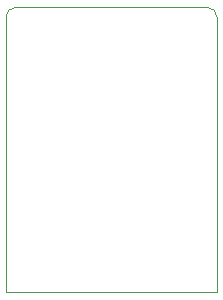
<source format=gbr>
%TF.GenerationSoftware,KiCad,Pcbnew,(6.0.4)*%
%TF.CreationDate,2022-07-06T17:37:40+08:00*%
%TF.ProjectId,XilinxJtag,58696c69-6e78-44a7-9461-672e6b696361,rev?*%
%TF.SameCoordinates,Original*%
%TF.FileFunction,Profile,NP*%
%FSLAX46Y46*%
G04 Gerber Fmt 4.6, Leading zero omitted, Abs format (unit mm)*
G04 Created by KiCad (PCBNEW (6.0.4)) date 2022-07-06 17:37:40*
%MOMM*%
%LPD*%
G01*
G04 APERTURE LIST*
%TA.AperFunction,Profile*%
%ADD10C,0.100000*%
%TD*%
G04 APERTURE END LIST*
D10*
X133760000Y-66010000D02*
G75*
G03*
X132960000Y-66810000I0J-800000D01*
G01*
X150830000Y-66810000D02*
X150830000Y-90120000D01*
X150830000Y-90120000D02*
X132960000Y-90120000D01*
X150830000Y-66810000D02*
G75*
G03*
X150030000Y-66010000I-800000J0D01*
G01*
X132960000Y-90120000D02*
X132960000Y-66810000D01*
X133760000Y-66010000D02*
X150030000Y-66010000D01*
M02*

</source>
